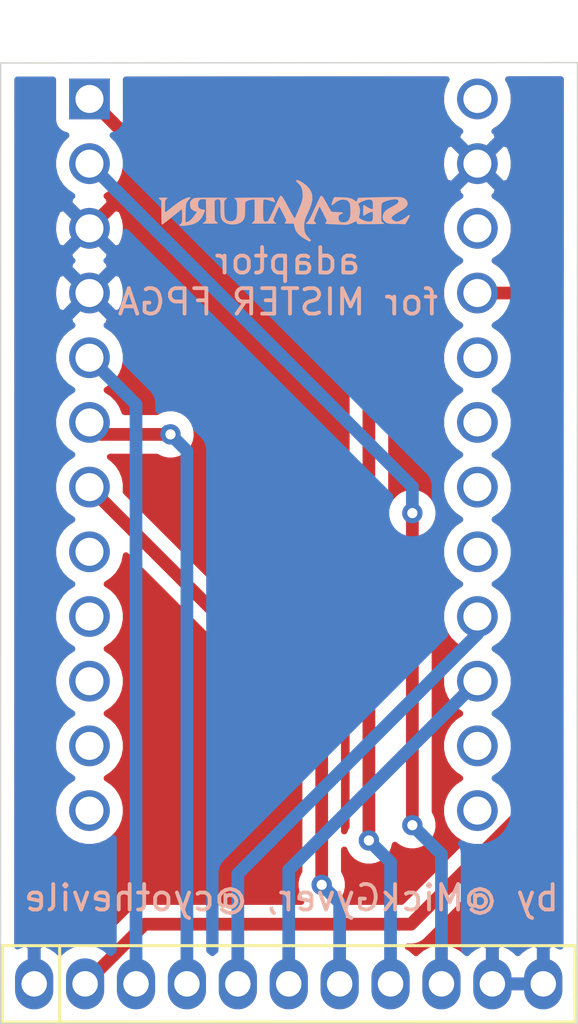
<source format=kicad_pcb>
(kicad_pcb (version 20171130) (host pcbnew "(5.1.9)-1")

  (general
    (thickness 1.6)
    (drawings 7)
    (tracks 41)
    (zones 0)
    (modules 3)
    (nets 23)
  )

  (page A4)
  (layers
    (0 F.Cu signal)
    (31 B.Cu signal)
    (32 B.Adhes user)
    (33 F.Adhes user)
    (34 B.Paste user)
    (35 F.Paste user)
    (36 B.SilkS user)
    (37 F.SilkS user)
    (38 B.Mask user)
    (39 F.Mask user)
    (40 Dwgs.User user)
    (41 Cmts.User user)
    (42 Eco1.User user)
    (43 Eco2.User user)
    (44 Edge.Cuts user)
    (45 Margin user)
    (46 B.CrtYd user)
    (47 F.CrtYd user)
    (48 B.Fab user)
    (49 F.Fab user)
  )

  (setup
    (last_trace_width 0.25)
    (trace_clearance 0.2)
    (zone_clearance 0.508)
    (zone_45_only no)
    (trace_min 0.2)
    (via_size 0.8)
    (via_drill 0.4)
    (via_min_size 0.4)
    (via_min_drill 0.3)
    (uvia_size 0.3)
    (uvia_drill 0.1)
    (uvias_allowed no)
    (uvia_min_size 0.2)
    (uvia_min_drill 0.1)
    (edge_width 0.05)
    (segment_width 0.2)
    (pcb_text_width 0.3)
    (pcb_text_size 1.5 1.5)
    (mod_edge_width 0.12)
    (mod_text_size 1 1)
    (mod_text_width 0.15)
    (pad_size 1.524 1.524)
    (pad_drill 0.762)
    (pad_to_mask_clearance 0)
    (aux_axis_origin 0 0)
    (visible_elements 7FFFFFFF)
    (pcbplotparams
      (layerselection 0x010fc_ffffffff)
      (usegerberextensions false)
      (usegerberattributes true)
      (usegerberadvancedattributes true)
      (creategerberjobfile true)
      (excludeedgelayer true)
      (linewidth 0.100000)
      (plotframeref false)
      (viasonmask false)
      (mode 1)
      (useauxorigin false)
      (hpglpennumber 1)
      (hpglpenspeed 20)
      (hpglpendiameter 15.000000)
      (psnegative false)
      (psa4output false)
      (plotreference true)
      (plotvalue true)
      (plotinvisibletext false)
      (padsonsilk false)
      (subtractmaskfromsilk false)
      (outputformat 1)
      (mirror false)
      (drillshape 1)
      (scaleselection 1)
      (outputdirectory ""))
  )

  (net 0 "")
  (net 1 "Net-(U1-Pad24)")
  (net 2 GND)
  (net 3 "Net-(U1-Pad22)")
  (net 4 +5V)
  (net 5 "Net-(U1-Pad20)")
  (net 6 "Net-(U1-Pad19)")
  (net 7 "Net-(U1-Pad18)")
  (net 8 "Net-(U1-Pad17)")
  (net 9 /SEL1)
  (net 10 /SEL0)
  (net 11 "Net-(U1-Pad14)")
  (net 12 "Net-(U1-Pad13)")
  (net 13 "Net-(U1-Pad12)")
  (net 14 "Net-(U1-Pad11)")
  (net 15 "Net-(U1-Pad10)")
  (net 16 "Net-(U1-Pad9)")
  (net 17 "Net-(U1-Pad8)")
  (net 18 /TL)
  (net 19 /DATA0)
  (net 20 /DATA1)
  (net 21 /DATA2)
  (net 22 /DATA3)

  (net_class Default "This is the default net class."
    (clearance 0.2)
    (trace_width 0.25)
    (via_dia 0.8)
    (via_drill 0.4)
    (uvia_dia 0.3)
    (uvia_drill 0.1)
    (add_net +5V)
    (add_net /DATA0)
    (add_net /DATA1)
    (add_net /DATA2)
    (add_net /DATA3)
    (add_net /SEL0)
    (add_net /SEL1)
    (add_net /TL)
    (add_net GND)
    (add_net "Net-(U1-Pad10)")
    (add_net "Net-(U1-Pad11)")
    (add_net "Net-(U1-Pad12)")
    (add_net "Net-(U1-Pad13)")
    (add_net "Net-(U1-Pad14)")
    (add_net "Net-(U1-Pad17)")
    (add_net "Net-(U1-Pad18)")
    (add_net "Net-(U1-Pad19)")
    (add_net "Net-(U1-Pad20)")
    (add_net "Net-(U1-Pad22)")
    (add_net "Net-(U1-Pad24)")
    (add_net "Net-(U1-Pad8)")
    (add_net "Net-(U1-Pad9)")
  )

  (module "Saturn Authentic controller mister:saturn logo" (layer B.Cu) (tedit 0) (tstamp 61C9ABC9)
    (at 152.49652 81.64068 180)
    (fp_text reference G*** (at 0 0) (layer B.SilkS) hide
      (effects (font (size 1.524 1.524) (thickness 0.3)) (justify mirror))
    )
    (fp_text value LOGO (at 0.75 0) (layer B.SilkS) hide
      (effects (font (size 1.524 1.524) (thickness 0.3)) (justify mirror))
    )
    (fp_poly (pts (xy -0.489936 1.193715) (xy -0.485561 1.17018) (xy -0.51033 1.129264) (xy -0.561943 1.076491)
      (xy -0.636349 1.001546) (xy -0.686909 0.927773) (xy -0.718316 0.844695) (xy -0.735265 0.741832)
      (xy -0.739797 0.679453) (xy -0.742451 0.592448) (xy -0.739366 0.514983) (xy -0.7288 0.439995)
      (xy -0.709015 0.360424) (xy -0.67827 0.269209) (xy -0.634825 0.159288) (xy -0.579821 0.030223)
      (xy -0.537382 -0.067539) (xy -0.499244 -0.15562) (xy -0.468078 -0.227834) (xy -0.446555 -0.277995)
      (xy -0.438007 -0.298253) (xy -0.429632 -0.305454) (xy -0.41516 -0.295252) (xy -0.392432 -0.264444)
      (xy -0.359292 -0.209831) (xy -0.313582 -0.128209) (xy -0.272969 -0.053325) (xy -0.186448 0.107154)
      (xy -0.115158 0.238415) (xy -0.057372 0.343323) (xy -0.011362 0.424739) (xy 0.024599 0.485527)
      (xy 0.052239 0.528549) (xy 0.073283 0.556668) (xy 0.08946 0.572746) (xy 0.102498 0.579646)
      (xy 0.109509 0.580571) (xy 0.12166 0.579612) (xy 0.133327 0.574514) (xy 0.146275 0.561948)
      (xy 0.162268 0.538585) (xy 0.18307 0.501097) (xy 0.210445 0.446154) (xy 0.246158 0.370428)
      (xy 0.291972 0.270588) (xy 0.349652 0.143307) (xy 0.398037 0.036089) (xy 0.45068 -0.0786)
      (xy 0.500544 -0.183438) (xy 0.545126 -0.273457) (xy 0.581923 -0.343689) (xy 0.608432 -0.389166)
      (xy 0.619606 -0.403679) (xy 0.673923 -0.431177) (xy 0.731161 -0.431909) (xy 0.778594 -0.406521)
      (xy 0.788185 -0.395106) (xy 0.797905 -0.375628) (xy 0.80519 -0.345535) (xy 0.810359 -0.300034)
      (xy 0.813734 -0.234331) (xy 0.815634 -0.143635) (xy 0.816381 -0.023152) (xy 0.816428 0.027623)
      (xy 0.815502 0.169573) (xy 0.81279 0.282809) (xy 0.808387 0.365291) (xy 0.802392 0.414979)
      (xy 0.797311 0.429146) (xy 0.765428 0.438582) (xy 0.707527 0.434881) (xy 0.630851 0.419399)
      (xy 0.542648 0.393496) (xy 0.474979 0.368721) (xy 0.415932 0.347341) (xy 0.37078 0.334955)
      (xy 0.349181 0.334204) (xy 0.349093 0.334287) (xy 0.349861 0.355594) (xy 0.364227 0.397573)
      (xy 0.377342 0.426755) (xy 0.416814 0.508) (xy 1.17905 0.508) (xy 1.387555 0.507571)
      (xy 1.563982 0.506297) (xy 1.707586 0.504194) (xy 1.817621 0.501281) (xy 1.893343 0.497576)
      (xy 1.934005 0.493096) (xy 1.941285 0.489857) (xy 1.927443 0.472283) (xy 1.922876 0.471714)
      (xy 1.902357 0.457606) (xy 1.87484 0.422692) (xy 1.868515 0.41275) (xy 1.854361 0.385642)
      (xy 1.844445 0.354028) (xy 1.838039 0.31121) (xy 1.834418 0.250496) (xy 1.832855 0.165188)
      (xy 1.832597 0.081643) (xy 1.833974 -0.050658) (xy 1.838821 -0.152272) (xy 1.848267 -0.228725)
      (xy 1.863441 -0.285538) (xy 1.885472 -0.328238) (xy 1.91549 -0.362347) (xy 1.925065 -0.370762)
      (xy 1.990446 -0.405296) (xy 2.071721 -0.419874) (xy 2.154904 -0.414178) (xy 2.226008 -0.387889)
      (xy 2.240394 -0.377954) (xy 2.274628 -0.346771) (xy 2.300196 -0.310823) (xy 2.318306 -0.264548)
      (xy 2.330166 -0.202388) (xy 2.336986 -0.118783) (xy 2.339971 -0.008172) (xy 2.340428 0.082456)
      (xy 2.340428 0.383791) (xy 2.286 0.43822) (xy 2.252498 0.473359) (xy 2.233325 0.496641)
      (xy 2.231571 0.500324) (xy 2.24902 0.502134) (xy 2.298591 0.503792) (xy 2.37612 0.505246)
      (xy 2.477443 0.506444) (xy 2.598397 0.507335) (xy 2.734819 0.507867) (xy 2.849011 0.508)
      (xy 3.02622 0.507848) (xy 3.170996 0.507034) (xy 3.287191 0.505019) (xy 3.378657 0.501264)
      (xy 3.449245 0.495231) (xy 3.502809 0.486381) (xy 3.5432 0.474176) (xy 3.57427 0.458076)
      (xy 3.599871 0.437544) (xy 3.623856 0.41204) (xy 3.635836 0.397981) (xy 3.664031 0.360644)
      (xy 3.678283 0.325842) (xy 3.681999 0.279962) (xy 3.679507 0.223471) (xy 3.672386 0.154291)
      (xy 3.658545 0.107504) (xy 3.633024 0.069263) (xy 3.61866 0.053491) (xy 3.564427 0.01159)
      (xy 3.499627 -0.019604) (xy 3.487964 -0.023158) (xy 3.432857 -0.041736) (xy 3.4122 -0.059583)
      (xy 3.424243 -0.078462) (xy 3.429539 -0.081976) (xy 3.447592 -0.101661) (xy 3.479322 -0.143974)
      (xy 3.518865 -0.200969) (xy 3.532593 -0.221591) (xy 3.600875 -0.310866) (xy 3.674492 -0.382469)
      (xy 3.747269 -0.431485) (xy 3.813032 -0.452998) (xy 3.82401 -0.453571) (xy 3.867203 -0.453571)
      (xy 3.86128 -0.104321) (xy 3.858478 0.028849) (xy 3.854145 0.131784) (xy 3.846743 0.210535)
      (xy 3.834734 0.271153) (xy 3.816579 0.319687) (xy 3.79074 0.362188) (xy 3.75568 0.404708)
      (xy 3.723001 0.439631) (xy 3.688526 0.47975) (xy 3.670184 0.509492) (xy 3.669725 0.518916)
      (xy 3.700348 0.525517) (xy 3.757271 0.514284) (xy 3.836021 0.48661) (xy 3.932125 0.443889)
      (xy 3.968427 0.425946) (xy 4.073626 0.365201) (xy 4.198949 0.279766) (xy 4.340629 0.172258)
      (xy 4.385353 0.136422) (xy 4.468321 0.069892) (xy 4.54207 0.012107) (xy 4.601837 -0.033309)
      (xy 4.642859 -0.062732) (xy 4.660115 -0.072571) (xy 4.666506 -0.05538) (xy 4.671105 -0.007548)
      (xy 4.673595 0.065309) (xy 4.673659 0.157574) (xy 4.673549 0.165688) (xy 4.671891 0.26267)
      (xy 4.669393 0.330118) (xy 4.664776 0.374778) (xy 4.656764 0.4034) (xy 4.644078 0.422732)
      (xy 4.625441 0.439521) (xy 4.621036 0.443048) (xy 4.588068 0.472715) (xy 4.572242 0.493596)
      (xy 4.572 0.495074) (xy 4.588483 0.501467) (xy 4.631446 0.505611) (xy 4.691154 0.507576)
      (xy 4.757875 0.507429) (xy 4.821876 0.505239) (xy 4.873424 0.501072) (xy 4.902786 0.494998)
      (xy 4.905859 0.492742) (xy 4.899048 0.473281) (xy 4.870257 0.444492) (xy 4.861573 0.437771)
      (xy 4.807857 0.398056) (xy 4.807857 -0.073115) (xy 4.807547 -0.220021) (xy 4.806491 -0.334302)
      (xy 4.804498 -0.419613) (xy 4.801378 -0.479611) (xy 4.79694 -0.517952) (xy 4.790994 -0.538291)
      (xy 4.78335 -0.544286) (xy 4.783318 -0.544286) (xy 4.760899 -0.532848) (xy 4.713054 -0.499703)
      (xy 4.642041 -0.446608) (xy 4.550114 -0.375315) (xy 4.439529 -0.287581) (xy 4.312541 -0.185159)
      (xy 4.171408 -0.069806) (xy 4.137577 -0.041954) (xy 4.082275 0.002281) (xy 4.037221 0.03582)
      (xy 4.009894 0.053183) (xy 4.006041 0.054428) (xy 4.000868 0.037351) (xy 3.9965 -0.009622)
      (xy 3.993292 -0.080104) (xy 3.991601 -0.167709) (xy 3.991428 -0.207928) (xy 3.99166 -0.311676)
      (xy 3.993456 -0.385764) (xy 3.998469 -0.436819) (xy 4.008349 -0.471465) (xy 4.024747 -0.496329)
      (xy 4.049317 -0.518037) (xy 4.073071 -0.535488) (xy 4.096621 -0.561701) (xy 4.086331 -0.580484)
      (xy 4.044004 -0.591196) (xy 3.971446 -0.593195) (xy 3.918857 -0.590314) (xy 3.73781 -0.56976)
      (xy 3.587318 -0.536765) (xy 3.463058 -0.488895) (xy 3.360704 -0.423709) (xy 3.275931 -0.338772)
      (xy 3.204416 -0.231646) (xy 3.172603 -0.169684) (xy 3.133493 -0.084752) (xy 3.111146 -0.026848)
      (xy 3.105422 0.009104) (xy 3.116178 0.028183) (xy 3.143271 0.035466) (xy 3.166829 0.036286)
      (xy 3.239859 0.047455) (xy 3.305664 0.076781) (xy 3.351018 0.117985) (xy 3.35589 0.125995)
      (xy 3.366814 0.164142) (xy 3.373541 0.221796) (xy 3.374571 0.254203) (xy 3.371022 0.315956)
      (xy 3.356358 0.358234) (xy 3.324549 0.39749) (xy 3.320619 0.401458) (xy 3.286007 0.432302)
      (xy 3.252952 0.44757) (xy 3.207442 0.451542) (xy 3.161869 0.449955) (xy 3.057071 0.4445)
      (xy 3.047297 -0.389486) (xy 3.184071 -0.506638) (xy 2.88925 -0.507319) (xy 2.790428 -0.506833)
      (xy 2.705695 -0.505054) (xy 2.641075 -0.502218) (xy 2.602592 -0.498563) (xy 2.594428 -0.495714)
      (xy 2.607115 -0.477538) (xy 2.638924 -0.446683) (xy 2.653392 -0.434236) (xy 2.712357 -0.385044)
      (xy 2.717893 -0.004126) (xy 2.72343 0.376792) (xy 2.674625 0.415182) (xy 2.619423 0.447565)
      (xy 2.570017 0.448267) (xy 2.525894 0.425328) (xy 2.511068 0.413408) (xy 2.500404 0.397901)
      (xy 2.493214 0.373184) (xy 2.488811 0.333633) (xy 2.48651 0.273626) (xy 2.485623 0.187538)
      (xy 2.48547 0.094221) (xy 2.48424 -0.012919) (xy 2.480907 -0.112688) (xy 2.4759 -0.197099)
      (xy 2.469649 -0.258167) (xy 2.465335 -0.280805) (xy 2.422836 -0.369399) (xy 2.352046 -0.441877)
      (xy 2.258043 -0.496379) (xy 2.145903 -0.531041) (xy 2.020704 -0.544004) (xy 1.887525 -0.533404)
      (xy 1.817797 -0.518228) (xy 1.703733 -0.472589) (xy 1.617036 -0.403432) (xy 1.562143 -0.321337)
      (xy 1.547347 -0.287046) (xy 1.536911 -0.250651) (xy 1.530096 -0.205155) (xy 1.526164 -0.143558)
      (xy 1.52438 -0.058862) (xy 1.524 0.040718) (xy 1.523384 0.152735) (xy 1.521209 0.233915)
      (xy 1.516986 0.289691) (xy 1.510226 0.325494) (xy 1.500438 0.346758) (xy 1.495942 0.352037)
      (xy 1.455599 0.377289) (xy 1.391777 0.401807) (xy 1.317157 0.421864) (xy 1.244421 0.433731)
      (xy 1.212278 0.435428) (xy 1.143 0.435428) (xy 1.143 -0.379737) (xy 1.199308 -0.443869)
      (xy 1.255616 -0.508) (xy 0.300342 -0.508) (xy 0.358813 -0.454594) (xy 0.394931 -0.415585)
      (xy 0.415485 -0.381715) (xy 0.417285 -0.373184) (xy 0.410416 -0.34849) (xy 0.39181 -0.299221)
      (xy 0.364475 -0.232217) (xy 0.331416 -0.154317) (xy 0.295638 -0.072363) (xy 0.260147 0.006806)
      (xy 0.227948 0.07635) (xy 0.202049 0.129427) (xy 0.185453 0.159199) (xy 0.18159 0.163208)
      (xy 0.171009 0.148056) (xy 0.147538 0.106988) (xy 0.114584 0.046504) (xy 0.075557 -0.026892)
      (xy 0.033864 -0.106698) (xy -0.007085 -0.186414) (xy -0.043884 -0.259535) (xy -0.073123 -0.31956)
      (xy -0.085556 -0.346441) (xy -0.097759 -0.386618) (xy -0.087329 -0.419823) (xy -0.071949 -0.441171)
      (xy -0.047127 -0.475775) (xy -0.036303 -0.496903) (xy -0.036286 -0.497255) (xy -0.053138 -0.501794)
      (xy -0.09854 -0.505384) (xy -0.164758 -0.507562) (xy -0.215236 -0.508) (xy -0.394185 -0.508)
      (xy -0.417571 -0.621393) (xy -0.450726 -0.735721) (xy -0.502198 -0.835781) (xy -0.576172 -0.926553)
      (xy -0.676837 -1.013015) (xy -0.808378 -1.100148) (xy -0.831819 -1.114044) (xy -0.91207 -1.160454)
      (xy -0.967282 -1.190097) (xy -1.003449 -1.205009) (xy -1.026566 -1.207227) (xy -1.042628 -1.198788)
      (xy -1.051904 -1.188818) (xy -1.060164 -1.171472) (xy -1.053617 -1.149993) (xy -1.028327 -1.118344)
      (xy -0.980358 -1.070489) (xy -0.965599 -1.056456) (xy -0.892464 -0.977092) (xy -0.842848 -0.895709)
      (xy -0.813248 -0.80311) (xy -0.800164 -0.690096) (xy -0.79873 -0.6181) (xy -0.801089 -0.531059)
      (xy -0.809133 -0.455058) (xy -0.825233 -0.381163) (xy -0.851761 -0.300442) (xy -0.891089 -0.203962)
      (xy -0.93442 -0.107115) (xy -0.998684 0.03759) (xy -1.046993 0.157117) (xy -1.081431 0.257772)
      (xy -1.104077 0.345866) (xy -1.117015 0.427704) (xy -1.119441 0.453571) (xy -1.114066 0.600381)
      (xy -1.073824 0.737631) (xy -0.998665 0.865396) (xy -0.888539 0.983752) (xy -0.743393 1.092775)
      (xy -0.65639 1.14452) (xy -0.577504 1.182436) (xy -0.521301 1.198317) (xy -0.489936 1.193715)) (layer B.SilkS) (width 0.01))
    (fp_poly (pts (xy -1.461508 0.575178) (xy -1.44425 0.562121) (xy -1.430173 0.539037) (xy -1.403465 0.487356)
      (xy -1.366306 0.411605) (xy -1.320879 0.316311) (xy -1.269367 0.206) (xy -1.213953 0.085199)
      (xy -1.208215 0.072571) (xy -1.139117 -0.078027) (xy -1.081942 -0.198493) (xy -1.034708 -0.292209)
      (xy -0.99543 -0.362558) (xy -0.962128 -0.412923) (xy -0.932817 -0.446686) (xy -0.905515 -0.467231)
      (xy -0.887006 -0.475403) (xy -0.874203 -0.493927) (xy -0.877787 -0.504535) (xy -0.903706 -0.516071)
      (xy -0.964763 -0.52324) (xy -1.061371 -0.526086) (xy -1.080571 -0.526143) (xy -1.167063 -0.52533)
      (xy -1.223233 -0.522313) (xy -1.255022 -0.516224) (xy -1.268368 -0.506197) (xy -1.27 -0.49848)
      (xy -1.254828 -0.472107) (xy -1.224643 -0.453571) (xy -1.188004 -0.426563) (xy -1.179286 -0.388688)
      (xy -1.18569 -0.361959) (xy -1.203068 -0.311404) (xy -1.22867 -0.243643) (xy -1.259748 -0.165295)
      (xy -1.293552 -0.08298) (xy -1.327333 -0.003317) (xy -1.35834 0.067075) (xy -1.383826 0.121576)
      (xy -1.401039 0.153567) (xy -1.406758 0.158956) (xy -1.423689 0.132892) (xy -1.45214 0.082281)
      (xy -1.488688 0.013893) (xy -1.529908 -0.065503) (xy -1.572376 -0.149138) (xy -1.612667 -0.230242)
      (xy -1.647357 -0.302046) (xy -1.673021 -0.357781) (xy -1.686236 -0.390678) (xy -1.687286 -0.395584)
      (xy -1.67407 -0.436878) (xy -1.660072 -0.453571) (xy -1.636357 -0.476721) (xy -1.630538 -0.494426)
      (xy -1.645898 -0.507664) (xy -1.685718 -0.517419) (xy -1.75328 -0.524669) (xy -1.851867 -0.530396)
      (xy -1.927679 -0.533524) (xy -2.038378 -0.537946) (xy -2.146462 -0.542712) (xy -2.242239 -0.547361)
      (xy -2.316019 -0.551437) (xy -2.340429 -0.55303) (xy -2.462484 -0.551145) (xy -2.5575 -0.534089)
      (xy -2.631825 -0.509167) (xy -2.707019 -0.477211) (xy -2.736678 -0.462019) (xy -2.785617 -0.436248)
      (xy -2.821762 -0.420081) (xy -2.832105 -0.417286) (xy -2.850026 -0.431774) (xy -2.87321 -0.467115)
      (xy -2.875643 -0.471714) (xy -2.903789 -0.526143) (xy -3.421907 -0.526143) (xy -3.578478 -0.52582)
      (xy -3.701923 -0.524757) (xy -3.795394 -0.522815) (xy -3.862047 -0.519854) (xy -3.905035 -0.515733)
      (xy -3.927513 -0.510312) (xy -3.932637 -0.503464) (xy -3.912175 -0.479689) (xy -3.876696 -0.457117)
      (xy -3.828143 -0.433449) (xy -3.828143 -0.179931) (xy -3.503313 -0.179931) (xy -3.502509 -0.251311)
      (xy -3.49721 -0.319382) (xy -3.487537 -0.374332) (xy -3.473611 -0.406347) (xy -3.473062 -0.406918)
      (xy -3.430839 -0.427341) (xy -3.364672 -0.434751) (xy -3.284465 -0.429205) (xy -3.200126 -0.41076)
      (xy -3.182768 -0.405237) (xy -3.115579 -0.378452) (xy -3.048244 -0.344974) (xy -2.9912 -0.310645)
      (xy -2.954883 -0.281312) (xy -2.949863 -0.27481) (xy -2.949093 -0.248743) (xy -2.959421 -0.202902)
      (xy -2.966481 -0.181079) (xy -2.989338 -0.075319) (xy -2.990236 0.038696) (xy -2.969643 0.1451)
      (xy -2.955781 0.181347) (xy -2.918786 0.262907) (xy -2.969786 0.303945) (xy -3.042504 0.348537)
      (xy -3.138287 0.387783) (xy -3.243921 0.416953) (xy -3.319779 0.429182) (xy -3.382247 0.433728)
      (xy -3.421373 0.429411) (xy -3.449521 0.41384) (xy -3.462946 0.401483) (xy -3.482283 0.377345)
      (xy -3.493933 0.346397) (xy -3.499736 0.299454) (xy -3.501532 0.227332) (xy -3.501572 0.208643)
      (xy -3.500713 0.133107) (xy -3.497187 0.08695) (xy -3.489575 0.063286) (xy -3.476454 0.05523)
      (xy -3.469822 0.054827) (xy -3.425776 0.06465) (xy -3.362629 0.090029) (xy -3.291199 0.125987)
      (xy -3.222304 0.167551) (xy -3.217151 0.17102) (xy -3.173108 0.199041) (xy -3.1415 0.215703)
      (xy -3.134503 0.217714) (xy -3.129018 0.200767) (xy -3.12455 0.154699) (xy -3.121577 0.086673)
      (xy -3.120572 0.009071) (xy -3.121703 -0.073071) (xy -3.124779 -0.139989) (xy -3.129322 -0.184521)
      (xy -3.134503 -0.199571) (xy -3.156753 -0.190171) (xy -3.196599 -0.166463) (xy -3.216109 -0.153586)
      (xy -3.279989 -0.114824) (xy -3.348045 -0.080866) (xy -3.410764 -0.055695) (xy -3.458637 -0.043296)
      (xy -3.477541 -0.044068) (xy -3.49095 -0.066497) (xy -3.4995 -0.115056) (xy -3.503313 -0.179931)
      (xy -3.828143 -0.179931) (xy -3.828143 -0.083465) (xy -3.828201 0.042788) (xy -3.829533 0.138052)
      (xy -3.833877 0.207624) (xy -3.84297 0.256799) (xy -3.85855 0.29087) (xy -3.882355 0.315135)
      (xy -3.916123 0.334886) (xy -3.96159 0.355421) (xy -3.973949 0.360839) (xy -4.04613 0.387019)
      (xy -4.134408 0.410899) (xy -4.227903 0.430406) (xy -4.315733 0.443465) (xy -4.387019 0.448005)
      (xy -4.418529 0.445558) (xy -4.466629 0.427769) (xy -4.498671 0.400394) (xy -4.499847 0.398362)
      (xy -4.509184 0.358514) (xy -4.493297 0.316958) (xy -4.450033 0.271656) (xy -4.377239 0.220573)
      (xy -4.272764 0.161672) (xy -4.222295 0.135806) (xy -4.111531 0.075757) (xy -4.029707 0.019988)
      (xy -3.970706 -0.036579) (xy -3.928409 -0.099018) (xy -3.920487 -0.114563) (xy -3.888759 -0.214096)
      (xy -3.891243 -0.306631) (xy -3.926698 -0.388268) (xy -3.993884 -0.45511) (xy -4.037025 -0.480786)
      (xy -4.069725 -0.495011) (xy -4.106431 -0.505076) (xy -4.15401 -0.511707) (xy -4.219327 -0.515627)
      (xy -4.309246 -0.517563) (xy -4.390572 -0.518126) (xy -4.490539 -0.519253) (xy -4.579749 -0.521658)
      (xy -4.650925 -0.52504) (xy -4.696791 -0.529096) (xy -4.708072 -0.531319) (xy -4.746399 -0.535596)
      (xy -4.76406 -0.530264) (xy -4.77962 -0.510276) (xy -4.806952 -0.46684) (xy -4.841247 -0.408536)
      (xy -4.877695 -0.343944) (xy -4.911488 -0.281642) (xy -4.937816 -0.23021) (xy -4.951871 -0.198227)
      (xy -4.953 -0.193195) (xy -4.93936 -0.181574) (xy -4.908563 -0.183793) (xy -4.875792 -0.19724)
      (xy -4.862131 -0.208829) (xy -4.823886 -0.243639) (xy -4.763222 -0.28712) (xy -4.690714 -0.332841)
      (xy -4.616935 -0.374368) (xy -4.552459 -0.40527) (xy -4.520589 -0.416601) (xy -4.458711 -0.427257)
      (xy -4.401358 -0.427896) (xy -4.388619 -0.425928) (xy -4.336201 -0.405208) (xy -4.284786 -0.370603)
      (xy -4.244986 -0.330908) (xy -4.227415 -0.294918) (xy -4.227286 -0.292232) (xy -4.24168 -0.255373)
      (xy -4.285636 -0.208792) (xy -4.360311 -0.151565) (xy -4.466864 -0.082773) (xy -4.558907 -0.028466)
      (xy -4.674247 0.041642) (xy -4.758822 0.102954) (xy -4.816024 0.15893) (xy -4.849242 0.213026)
      (xy -4.861866 0.2687) (xy -4.862218 0.28089) (xy -4.84486 0.359501) (xy -4.796474 0.429831)
      (xy -4.7223 0.484862) (xy -4.703052 0.494213) (xy -4.679603 0.504167) (xy -4.655642 0.512488)
      (xy -4.628061 0.519241) (xy -4.59375 0.524492) (xy -4.549603 0.528306) (xy -4.492508 0.530749)
      (xy -4.419359 0.531887) (xy -4.327047 0.531785) (xy -4.212462 0.53051) (xy -4.072497 0.528126)
      (xy -3.904042 0.524699) (xy -3.70399 0.520296) (xy -3.59007 0.517724) (xy -2.925639 0.502665)
      (xy -2.847651 0.342143) (xy -2.793895 0.387376) (xy -2.721163 0.438548) (xy -2.638349 0.475597)
      (xy -2.538881 0.500224) (xy -2.416186 0.51413) (xy -2.286 0.518824) (xy -2.192699 0.520375)
      (xy -2.110392 0.522589) (xy -2.046977 0.525193) (xy -2.010352 0.527915) (xy -2.006904 0.528456)
      (xy -1.990345 0.526534) (xy -1.973942 0.51092) (xy -1.955583 0.477132) (xy -1.933154 0.420688)
      (xy -1.904544 0.337105) (xy -1.878271 0.255529) (xy -1.876228 0.224339) (xy -1.89542 0.217973)
      (xy -1.931899 0.235133) (xy -1.981718 0.274519) (xy -2.005804 0.29751) (xy -2.098361 0.369012)
      (xy -2.203769 0.415561) (xy -2.313676 0.435267) (xy -2.419732 0.426242) (xy -2.480743 0.404985)
      (xy -2.533826 0.369951) (xy -2.572765 0.319316) (xy -2.599148 0.248387) (xy -2.61456 0.152473)
      (xy -2.620591 0.026882) (xy -2.620818 -0.009071) (xy -2.619824 -0.108395) (xy -2.616075 -0.180447)
      (xy -2.608422 -0.234208) (xy -2.595714 -0.278657) (xy -2.582106 -0.311434) (xy -2.536389 -0.388091)
      (xy -2.479002 -0.435567) (xy -2.402252 -0.458573) (xy -2.33512 -0.462643) (xy -2.271838 -0.460538)
      (xy -2.231806 -0.451306) (xy -2.20209 -0.430574) (xy -2.184644 -0.411738) (xy -2.150603 -0.348423)
      (xy -2.141004 -0.27502) (xy -2.156927 -0.206252) (xy -2.168128 -0.186854) (xy -2.203788 -0.154787)
      (xy -2.254341 -0.12857) (xy -2.259782 -0.126671) (xy -2.308147 -0.106443) (xy -2.320667 -0.089652)
      (xy -2.297629 -0.076416) (xy -2.23932 -0.066853) (xy -2.146029 -0.061079) (xy -2.095731 -0.0598)
      (xy -2.010255 -0.056948) (xy -1.937841 -0.051954) (xy -1.886339 -0.045531) (xy -1.863868 -0.038696)
      (xy -1.849846 -0.017787) (xy -1.821636 0.02954) (xy -1.782379 0.097827) (xy -1.73522 0.181614)
      (xy -1.689445 0.264259) (xy -1.625364 0.379188) (xy -1.575088 0.464781) (xy -1.53609 0.524109)
      (xy -1.505845 0.560239) (xy -1.481826 0.576239) (xy -1.461508 0.575178)) (layer B.SilkS) (width 0.01))
  )

  (module "LIBRARIES:Saturn Controller Footprint" (layer F.Cu) (tedit 0) (tstamp 61C94444)
    (at 152.68956 112)
    (path /61C9624A)
    (fp_text reference Saturn1 (at 0 2.5) (layer F.SilkS) hide
      (effects (font (size 1 1) (thickness 0.15)))
    )
    (fp_text value Conn_01x11_Female (at 0 -2.5) (layer F.Fab)
      (effects (font (size 1 1) (thickness 0.15)))
    )
    (fp_line (start -11 1.25) (end -11 -1.25) (layer F.CrtYd) (width 0.05))
    (fp_line (start 11 1.25) (end -11 1.25) (layer F.CrtYd) (width 0.05))
    (fp_line (start 11 -1.25) (end 11 1.25) (layer F.CrtYd) (width 0.05))
    (fp_line (start -11 -1.25) (end 11 -1.25) (layer F.CrtYd) (width 0.05))
    (fp_line (start -9 -1.5) (end -9 1.5) (layer F.SilkS) (width 0.12))
    (fp_line (start -11.25 1.5) (end -11.25 -1.5) (layer F.SilkS) (width 0.12))
    (fp_line (start 11.25 1.5) (end -11.25 1.5) (layer F.SilkS) (width 0.12))
    (fp_line (start 11.25 -1.5) (end 11.25 1.5) (layer F.SilkS) (width 0.12))
    (fp_line (start -11.25 -1.5) (end 11.25 -1.5) (layer F.SilkS) (width 0.12))
    (pad 1 thru_hole oval (at -10 0) (size 1.5 2) (drill 1) (layers *.Cu *.Mask)
      (net 2 GND))
    (pad 2 thru_hole oval (at -8 0) (size 1.5 2) (drill 1) (layers *.Cu *.Mask)
      (net 4 +5V))
    (pad 3 thru_hole oval (at -6 0) (size 1.5 2) (drill 1) (layers *.Cu *.Mask)
      (net 20 /DATA1))
    (pad 4 thru_hole oval (at -4 0) (size 1.5 2) (drill 1) (layers *.Cu *.Mask)
      (net 19 /DATA0))
    (pad 5 thru_hole oval (at -2 0) (size 1.5 2) (drill 1) (layers *.Cu *.Mask)
      (net 9 /SEL1))
    (pad 6 thru_hole oval (at 0 0) (size 1.5 2) (drill 1) (layers *.Cu *.Mask)
      (net 10 /SEL0))
    (pad 7 thru_hole oval (at 2 0) (size 1.5 2) (drill 1) (layers *.Cu *.Mask)
      (net 18 /TL))
    (pad 8 thru_hole oval (at 4 0) (size 1.5 2) (drill 1) (layers *.Cu *.Mask)
      (net 22 /DATA3))
    (pad 9 thru_hole oval (at 6 0) (size 1.5 2) (drill 1) (layers *.Cu *.Mask)
      (net 21 /DATA2))
    (pad 10 thru_hole oval (at 8 0) (size 1.5 2) (drill 1) (layers *.Cu *.Mask)
      (net 2 GND))
    (pad 11 thru_hole oval (at 10 0) (size 1.5 2) (drill 1) (layers *.Cu *.Mask)
      (net 2 GND))
  )

  (module promicro:ProMicro-NoSilk (layer F.Cu) (tedit 5C3BC269) (tstamp 61C9A652)
    (at 152.48128 91.22664 270)
    (descr "Pro Micro footprint")
    (tags "promicro ProMicro")
    (path /61C93D61)
    (fp_text reference U1 (at 0 -10.16 90) (layer F.SilkS) hide
      (effects (font (size 1 1) (thickness 0.15)))
    )
    (fp_text value ProMicro (at 0 10.16 90) (layer F.Fab)
      (effects (font (size 1 1) (thickness 0.15)))
    )
    (fp_line (start 15.24 -8.89) (end 15.24 8.89) (layer Dwgs.User) (width 0.15))
    (fp_line (start -15.24 -8.89) (end 15.24 -8.89) (layer Dwgs.User) (width 0.15))
    (fp_line (start -15.24 -3.81) (end -15.24 -8.89) (layer Dwgs.User) (width 0.15))
    (fp_line (start -17.78 -3.81) (end -15.24 -3.81) (layer Dwgs.User) (width 0.15))
    (fp_line (start -17.78 3.81) (end -17.78 -3.81) (layer Dwgs.User) (width 0.15))
    (fp_line (start -15.24 3.81) (end -17.78 3.81) (layer Dwgs.User) (width 0.15))
    (fp_line (start -15.24 8.89) (end -15.24 3.81) (layer Dwgs.User) (width 0.15))
    (fp_line (start -15.24 8.89) (end 15.24 8.89) (layer Dwgs.User) (width 0.15))
    (pad 24 thru_hole circle (at -13.97 -7.62 270) (size 1.6 1.6) (drill 1.1) (layers *.Cu *.Mask)
      (net 1 "Net-(U1-Pad24)"))
    (pad 23 thru_hole circle (at -11.43 -7.62 270) (size 1.6 1.6) (drill 1.1) (layers *.Cu *.Mask)
      (net 2 GND))
    (pad 22 thru_hole circle (at -8.89 -7.62 270) (size 1.6 1.6) (drill 1.1) (layers *.Cu *.Mask)
      (net 3 "Net-(U1-Pad22)"))
    (pad 21 thru_hole circle (at -6.35 -7.62 270) (size 1.6 1.6) (drill 1.1) (layers *.Cu *.Mask)
      (net 4 +5V))
    (pad 20 thru_hole circle (at -3.81 -7.62 270) (size 1.6 1.6) (drill 1.1) (layers *.Cu *.Mask)
      (net 5 "Net-(U1-Pad20)"))
    (pad 19 thru_hole circle (at -1.27 -7.62 270) (size 1.6 1.6) (drill 1.1) (layers *.Cu *.Mask)
      (net 6 "Net-(U1-Pad19)"))
    (pad 18 thru_hole circle (at 1.27 -7.62 270) (size 1.6 1.6) (drill 1.1) (layers *.Cu *.Mask)
      (net 7 "Net-(U1-Pad18)"))
    (pad 17 thru_hole circle (at 3.81 -7.62 270) (size 1.6 1.6) (drill 1.1) (layers *.Cu *.Mask)
      (net 8 "Net-(U1-Pad17)"))
    (pad 16 thru_hole circle (at 6.35 -7.62 270) (size 1.6 1.6) (drill 1.1) (layers *.Cu *.Mask)
      (net 9 /SEL1))
    (pad 15 thru_hole circle (at 8.89 -7.62 270) (size 1.6 1.6) (drill 1.1) (layers *.Cu *.Mask)
      (net 10 /SEL0))
    (pad 14 thru_hole circle (at 11.43 -7.62 270) (size 1.6 1.6) (drill 1.1) (layers *.Cu *.Mask)
      (net 11 "Net-(U1-Pad14)"))
    (pad 13 thru_hole circle (at 13.97 -7.62 270) (size 1.6 1.6) (drill 1.1) (layers *.Cu *.Mask)
      (net 12 "Net-(U1-Pad13)"))
    (pad 12 thru_hole circle (at 13.97 7.62 270) (size 1.6 1.6) (drill 1.1) (layers *.Cu *.Mask)
      (net 13 "Net-(U1-Pad12)"))
    (pad 11 thru_hole circle (at 11.43 7.62 270) (size 1.6 1.6) (drill 1.1) (layers *.Cu *.Mask)
      (net 14 "Net-(U1-Pad11)"))
    (pad 10 thru_hole circle (at 8.89 7.62 270) (size 1.6 1.6) (drill 1.1) (layers *.Cu *.Mask)
      (net 15 "Net-(U1-Pad10)"))
    (pad 9 thru_hole circle (at 6.35 7.62 270) (size 1.6 1.6) (drill 1.1) (layers *.Cu *.Mask)
      (net 16 "Net-(U1-Pad9)"))
    (pad 8 thru_hole circle (at 3.81 7.62 270) (size 1.6 1.6) (drill 1.1) (layers *.Cu *.Mask)
      (net 17 "Net-(U1-Pad8)"))
    (pad 7 thru_hole circle (at 1.27 7.62 270) (size 1.6 1.6) (drill 1.1) (layers *.Cu *.Mask)
      (net 18 /TL))
    (pad 6 thru_hole circle (at -1.27 7.62 270) (size 1.6 1.6) (drill 1.1) (layers *.Cu *.Mask)
      (net 19 /DATA0))
    (pad 5 thru_hole circle (at -3.81 7.62 270) (size 1.6 1.6) (drill 1.1) (layers *.Cu *.Mask)
      (net 20 /DATA1))
    (pad 4 thru_hole circle (at -6.35 7.62 270) (size 1.6 1.6) (drill 1.1) (layers *.Cu *.Mask)
      (net 2 GND))
    (pad 3 thru_hole circle (at -8.89 7.62 270) (size 1.6 1.6) (drill 1.1) (layers *.Cu *.Mask)
      (net 2 GND))
    (pad 2 thru_hole circle (at -11.43 7.62 270) (size 1.6 1.6) (drill 1.1) (layers *.Cu *.Mask)
      (net 21 /DATA2))
    (pad 1 thru_hole rect (at -13.97 7.62 270) (size 1.6 1.6) (drill 1.1) (layers *.Cu *.Mask)
      (net 22 /DATA3))
  )

  (gr_text "adaptor \nfor MISTER FPGA" (at 152.26284 84.42452) (layer B.SilkS)
    (effects (font (size 1 1) (thickness 0.15)) (justify mirror))
  )
  (gr_text "by @MickGyver, @cyothevile" (at 152.79624 108.62564) (layer B.SilkS)
    (effects (font (size 1 1) (thickness 0.15)) (justify mirror))
  )
  (gr_line (start 141.3764 75.86472) (end 141.3764 75.8444) (layer Edge.Cuts) (width 0.05) (tstamp 61C94551))
  (gr_line (start 164.0332 75.82916) (end 141.3764 75.8444) (layer Edge.Cuts) (width 0.05))
  (gr_line (start 164.01796 113.57356) (end 164.0332 75.82916) (layer Edge.Cuts) (width 0.05))
  (gr_line (start 141.37132 113.55832) (end 141.3764 75.86472) (layer Edge.Cuts) (width 0.05))
  (gr_line (start 164.01796 113.57356) (end 141.37132 113.55832) (layer Edge.Cuts) (width 0.05))

  (segment (start 160.10128 84.87664) (end 163.01212 84.87664) (width 0.5) (layer F.Cu) (net 4))
  (segment (start 163.01212 93.975802) (end 162.98164 94.006282) (width 0.5) (layer F.Cu) (net 4))
  (segment (start 163.01212 84.87664) (end 163.01212 93.975802) (width 0.5) (layer F.Cu) (net 4))
  (segment (start 162.98164 104.166282) (end 157.491042 109.65688) (width 0.5) (layer F.Cu) (net 4))
  (segment (start 162.98164 94.006282) (end 162.98164 104.166282) (width 0.5) (layer F.Cu) (net 4))
  (segment (start 147.03268 109.65688) (end 144.68956 112) (width 0.5) (layer F.Cu) (net 4))
  (segment (start 157.491042 109.65688) (end 147.03268 109.65688) (width 0.5) (layer F.Cu) (net 4))
  (segment (start 160.10128 98.266638) (end 160.10128 97.57664) (width 0.5) (layer B.Cu) (net 9))
  (segment (start 150.68956 107.678358) (end 160.10128 98.266638) (width 0.5) (layer B.Cu) (net 9))
  (segment (start 150.68956 112) (end 150.68956 107.678358) (width 0.5) (layer B.Cu) (net 9))
  (segment (start 152.68956 107.52836) (end 152.68956 112) (width 0.5) (layer B.Cu) (net 10))
  (segment (start 160.10128 100.11664) (end 152.68956 107.52836) (width 0.5) (layer B.Cu) (net 10))
  (segment (start 154.68956 112) (end 154.68956 108.81716) (width 0.5) (layer B.Cu) (net 18))
  (segment (start 154.68956 108.81716) (end 153.98496 108.11256) (width 0.5) (layer B.Cu) (net 18))
  (segment (start 153.98496 108.11256) (end 153.98496 108.11256) (width 0.5) (layer B.Cu) (net 18) (tstamp 61C94555))
  (via (at 153.98496 108.11256) (size 0.8) (drill 0.4) (layers F.Cu B.Cu) (net 18))
  (segment (start 153.98496 101.62032) (end 144.86128 92.49664) (width 0.5) (layer F.Cu) (net 18))
  (segment (start 153.98496 108.11256) (end 153.98496 101.62032) (width 0.5) (layer F.Cu) (net 18))
  (segment (start 148.68956 112) (end 148.68956 91.0722) (width 0.5) (layer B.Cu) (net 19))
  (segment (start 148.68956 91.0722) (end 148.0439 90.42654) (width 0.5) (layer B.Cu) (net 19))
  (segment (start 148.0439 90.42654) (end 147.91944 90.30208) (width 0.5) (layer B.Cu) (net 19) (tstamp 61C94553))
  (via (at 148.0439 90.42654) (size 0.8) (drill 0.4) (layers F.Cu B.Cu) (net 19))
  (segment (start 145.33118 90.42654) (end 144.86128 89.95664) (width 0.5) (layer F.Cu) (net 19))
  (segment (start 148.0439 90.42654) (end 145.33118 90.42654) (width 0.5) (layer F.Cu) (net 19))
  (segment (start 146.68956 89.24492) (end 144.86128 87.41664) (width 0.5) (layer B.Cu) (net 20))
  (segment (start 146.68956 112) (end 146.68956 89.24492) (width 0.5) (layer B.Cu) (net 20))
  (segment (start 158.68956 112) (end 158.68956 106.9142) (width 0.5) (layer B.Cu) (net 21))
  (segment (start 158.68956 106.9142) (end 157.54604 105.77068) (width 0.5) (layer B.Cu) (net 21))
  (segment (start 157.54604 105.77068) (end 157.53588 105.76052) (width 0.5) (layer B.Cu) (net 21) (tstamp 61C94557))
  (via (at 157.54604 105.77068) (size 0.8) (drill 0.4) (layers F.Cu B.Cu) (net 21))
  (segment (start 157.54604 105.77068) (end 157.54604 93.51772) (width 0.5) (layer F.Cu) (net 21))
  (segment (start 157.54604 93.51772) (end 157.54604 93.51772) (width 0.5) (layer F.Cu) (net 21) (tstamp 61C9455B))
  (via (at 157.54604 93.51772) (size 0.8) (drill 0.4) (layers F.Cu B.Cu) (net 21))
  (segment (start 157.54604 92.4814) (end 144.86128 79.79664) (width 0.5) (layer B.Cu) (net 21))
  (segment (start 157.54604 93.51772) (end 157.54604 92.4814) (width 0.5) (layer B.Cu) (net 21))
  (segment (start 156.68956 112) (end 156.68956 107.22052) (width 0.5) (layer B.Cu) (net 22))
  (segment (start 156.68956 107.22052) (end 155.83916 106.37012) (width 0.5) (layer B.Cu) (net 22))
  (segment (start 155.83916 106.37012) (end 155.83916 106.37012) (width 0.5) (layer B.Cu) (net 22) (tstamp 61C94559))
  (via (at 155.83916 106.37012) (size 0.8) (drill 0.4) (layers F.Cu B.Cu) (net 22))
  (segment (start 155.83916 88.23452) (end 144.86128 77.25664) (width 0.5) (layer F.Cu) (net 22))
  (segment (start 155.83916 106.37012) (end 155.83916 88.23452) (width 0.5) (layer F.Cu) (net 22))

  (zone (net 2) (net_name GND) (layer F.Cu) (tstamp 0) (hatch edge 0.508)
    (connect_pads (clearance 0.508))
    (min_thickness 0.254)
    (fill yes (arc_segments 32) (thermal_gap 0.508) (thermal_bridge_width 0.508))
    (polygon
      (pts
        (xy 164.017962 113.573565) (xy 141.36116 113.58372) (xy 141.38656 75.8444) (xy 164.0332 75.83424)
      )
    )
    (polygon
      (pts
        (xy 164.01796 113.57864) (xy 164.017962 113.573565) (xy 164.02812 113.57356)
      )
    )
    (filled_polygon
      (pts
        (xy 163.35919 110.527713) (xy 163.133796 110.426513) (xy 163.030745 110.407682) (xy 162.81656 110.530344) (xy 162.81656 111.873)
        (xy 162.83656 111.873) (xy 162.83656 112.127) (xy 162.81656 112.127) (xy 162.81656 112.147) (xy 162.56256 112.147)
        (xy 162.56256 112.127) (xy 160.81656 112.127) (xy 160.81656 112.147) (xy 160.56256 112.147) (xy 160.56256 112.127)
        (xy 160.54256 112.127) (xy 160.54256 111.873) (xy 160.56256 111.873) (xy 160.56256 110.530344) (xy 160.81656 110.530344)
        (xy 160.81656 111.873) (xy 162.56256 111.873) (xy 162.56256 110.530344) (xy 162.348375 110.407682) (xy 162.245324 110.426513)
        (xy 161.99566 110.53861) (xy 161.772663 110.69726) (xy 161.68956 110.785384) (xy 161.606457 110.69726) (xy 161.38346 110.53861)
        (xy 161.133796 110.426513) (xy 161.030745 110.407682) (xy 160.81656 110.530344) (xy 160.56256 110.530344) (xy 160.348375 110.407682)
        (xy 160.245324 110.426513) (xy 159.99566 110.53861) (xy 159.772663 110.69726) (xy 159.689589 110.785353) (xy 159.67364 110.765919)
        (xy 159.462747 110.592843) (xy 159.22214 110.464236) (xy 158.961066 110.38504) (xy 158.68956 110.358299) (xy 158.418053 110.38504)
        (xy 158.156979 110.464236) (xy 157.916372 110.592843) (xy 157.705479 110.76592) (xy 157.68956 110.785317) (xy 157.67364 110.765919)
        (xy 157.462747 110.592843) (xy 157.367402 110.54188) (xy 157.447573 110.54188) (xy 157.491042 110.546161) (xy 157.534511 110.54188)
        (xy 157.534519 110.54188) (xy 157.664532 110.529075) (xy 157.831355 110.478469) (xy 157.985101 110.396291) (xy 158.119859 110.285697)
        (xy 158.147576 110.251924) (xy 163.361407 105.038094)
      )
    )
    (filled_polygon
      (pts
        (xy 143.423208 78.05664) (xy 143.435468 78.181122) (xy 143.471778 78.30082) (xy 143.530743 78.411134) (xy 143.610095 78.507825)
        (xy 143.706786 78.587177) (xy 143.8171 78.646142) (xy 143.936798 78.682452) (xy 143.945241 78.683283) (xy 143.746643 78.881881)
        (xy 143.5896 79.116913) (xy 143.481427 79.378066) (xy 143.42628 79.655305) (xy 143.42628 79.937975) (xy 143.481427 80.215214)
        (xy 143.5896 80.476367) (xy 143.746643 80.711399) (xy 143.946521 80.911277) (xy 144.180408 81.067555) (xy 144.119766 81.099969)
        (xy 144.048183 81.343938) (xy 144.86128 82.157035) (xy 145.674377 81.343938) (xy 145.602794 81.099969) (xy 145.538288 81.069446)
        (xy 145.541007 81.06832) (xy 145.776039 80.911277) (xy 145.975917 80.711399) (xy 146.13296 80.476367) (xy 146.241133 80.215214)
        (xy 146.29541 79.942348) (xy 154.954161 88.6011) (xy 154.95416 105.831666) (xy 154.921955 105.879864) (xy 154.86996 106.00539)
        (xy 154.86996 101.663789) (xy 154.874241 101.62032) (xy 154.86996 101.576851) (xy 154.86996 101.576843) (xy 154.857155 101.44683)
        (xy 154.806549 101.280007) (xy 154.724371 101.126261) (xy 154.613777 100.991503) (xy 154.580009 100.96379) (xy 146.289297 92.673079)
        (xy 146.29628 92.637975) (xy 146.29628 92.355305) (xy 146.241133 92.078066) (xy 146.13296 91.816913) (xy 145.975917 91.581881)
        (xy 145.776039 91.382003) (xy 145.670583 91.31154) (xy 147.505446 91.31154) (xy 147.553644 91.343745) (xy 147.742002 91.421766)
        (xy 147.941961 91.46154) (xy 148.145839 91.46154) (xy 148.345798 91.421766) (xy 148.534156 91.343745) (xy 148.703674 91.230477)
        (xy 148.847837 91.086314) (xy 148.961105 90.916796) (xy 149.039126 90.728438) (xy 149.0789 90.528479) (xy 149.0789 90.324601)
        (xy 149.039126 90.124642) (xy 148.961105 89.936284) (xy 148.847837 89.766766) (xy 148.703674 89.622603) (xy 148.534156 89.509335)
        (xy 148.345798 89.431314) (xy 148.145839 89.39154) (xy 147.941961 89.39154) (xy 147.742002 89.431314) (xy 147.553644 89.509335)
        (xy 147.505446 89.54154) (xy 146.241824 89.54154) (xy 146.241133 89.538066) (xy 146.13296 89.276913) (xy 145.975917 89.041881)
        (xy 145.776039 88.842003) (xy 145.543521 88.68664) (xy 145.776039 88.531277) (xy 145.975917 88.331399) (xy 146.13296 88.096367)
        (xy 146.241133 87.835214) (xy 146.29628 87.557975) (xy 146.29628 87.275305) (xy 146.241133 86.998066) (xy 146.13296 86.736913)
        (xy 145.975917 86.501881) (xy 145.776039 86.302003) (xy 145.542152 86.145725) (xy 145.602794 86.113311) (xy 145.674377 85.869342)
        (xy 144.86128 85.056245) (xy 144.048183 85.869342) (xy 144.119766 86.113311) (xy 144.184272 86.143834) (xy 144.181553 86.14496)
        (xy 143.946521 86.302003) (xy 143.746643 86.501881) (xy 143.5896 86.736913) (xy 143.481427 86.998066) (xy 143.42628 87.275305)
        (xy 143.42628 87.557975) (xy 143.481427 87.835214) (xy 143.5896 88.096367) (xy 143.746643 88.331399) (xy 143.946521 88.531277)
        (xy 144.179039 88.68664) (xy 143.946521 88.842003) (xy 143.746643 89.041881) (xy 143.5896 89.276913) (xy 143.481427 89.538066)
        (xy 143.42628 89.815305) (xy 143.42628 90.097975) (xy 143.481427 90.375214) (xy 143.5896 90.636367) (xy 143.746643 90.871399)
        (xy 143.946521 91.071277) (xy 144.179039 91.22664) (xy 143.946521 91.382003) (xy 143.746643 91.581881) (xy 143.5896 91.816913)
        (xy 143.481427 92.078066) (xy 143.42628 92.355305) (xy 143.42628 92.637975) (xy 143.481427 92.915214) (xy 143.5896 93.176367)
        (xy 143.746643 93.411399) (xy 143.946521 93.611277) (xy 144.179039 93.76664) (xy 143.946521 93.922003) (xy 143.746643 94.121881)
        (xy 143.5896 94.356913) (xy 143.481427 94.618066) (xy 143.42628 94.895305) (xy 143.42628 95.177975) (xy 143.481427 95.455214)
        (xy 143.5896 95.716367) (xy 143.746643 95.951399) (xy 143.946521 96.151277) (xy 144.179039 96.30664) (xy 143.946521 96.462003)
        (xy 143.746643 96.661881) (xy 143.5896 96.896913) (xy 143.481427 97.158066) (xy 143.42628 97.435305) (xy 143.42628 97.717975)
        (xy 143.481427 97.995214) (xy 143.5896 98.256367) (xy 143.746643 98.491399) (xy 143.946521 98.691277) (xy 144.179039 98.84664)
        (xy 143.946521 99.002003) (xy 143.746643 99.201881) (xy 143.5896 99.436913) (xy 143.481427 99.698066) (xy 143.42628 99.975305)
        (xy 143.42628 100.257975) (xy 143.481427 100.535214) (xy 143.5896 100.796367) (xy 143.746643 101.031399) (xy 143.946521 101.231277)
        (xy 144.179039 101.38664) (xy 143.946521 101.542003) (xy 143.746643 101.741881) (xy 143.5896 101.976913) (xy 143.481427 102.238066)
        (xy 143.42628 102.515305) (xy 143.42628 102.797975) (xy 143.481427 103.075214) (xy 143.5896 103.336367) (xy 143.746643 103.571399)
        (xy 143.946521 103.771277) (xy 144.179039 103.92664) (xy 143.946521 104.082003) (xy 143.746643 104.281881) (xy 143.5896 104.516913)
        (xy 143.481427 104.778066) (xy 143.42628 105.055305) (xy 143.42628 105.337975) (xy 143.481427 105.615214) (xy 143.5896 105.876367)
        (xy 143.746643 106.111399) (xy 143.946521 106.311277) (xy 144.181553 106.46832) (xy 144.442706 106.576493) (xy 144.719945 106.63164)
        (xy 145.002615 106.63164) (xy 145.279854 106.576493) (xy 145.541007 106.46832) (xy 145.776039 106.311277) (xy 145.975917 106.111399)
        (xy 146.13296 105.876367) (xy 146.241133 105.615214) (xy 146.29628 105.337975) (xy 146.29628 105.055305) (xy 146.241133 104.778066)
        (xy 146.13296 104.516913) (xy 145.975917 104.281881) (xy 145.776039 104.082003) (xy 145.543521 103.92664) (xy 145.776039 103.771277)
        (xy 145.975917 103.571399) (xy 146.13296 103.336367) (xy 146.241133 103.075214) (xy 146.29628 102.797975) (xy 146.29628 102.515305)
        (xy 146.241133 102.238066) (xy 146.13296 101.976913) (xy 145.975917 101.741881) (xy 145.776039 101.542003) (xy 145.543521 101.38664)
        (xy 145.776039 101.231277) (xy 145.975917 101.031399) (xy 146.13296 100.796367) (xy 146.241133 100.535214) (xy 146.29628 100.257975)
        (xy 146.29628 99.975305) (xy 146.241133 99.698066) (xy 146.13296 99.436913) (xy 145.975917 99.201881) (xy 145.776039 99.002003)
        (xy 145.543521 98.84664) (xy 145.776039 98.691277) (xy 145.975917 98.491399) (xy 146.13296 98.256367) (xy 146.241133 97.995214)
        (xy 146.29628 97.717975) (xy 146.29628 97.435305) (xy 146.241133 97.158066) (xy 146.13296 96.896913) (xy 145.975917 96.661881)
        (xy 145.776039 96.462003) (xy 145.543521 96.30664) (xy 145.776039 96.151277) (xy 145.975917 95.951399) (xy 146.13296 95.716367)
        (xy 146.241133 95.455214) (xy 146.29541 95.182348) (xy 153.099961 101.9869) (xy 153.09996 107.574106) (xy 153.067755 107.622304)
        (xy 152.989734 107.810662) (xy 152.94996 108.010621) (xy 152.94996 108.214499) (xy 152.989734 108.414458) (xy 153.067755 108.602816)
        (xy 153.18072 108.77188) (xy 147.076146 108.77188) (xy 147.032679 108.767599) (xy 146.989213 108.77188) (xy 146.989203 108.77188)
        (xy 146.85919 108.784685) (xy 146.692367 108.835291) (xy 146.538621 108.917469) (xy 146.538619 108.91747) (xy 146.53862 108.91747)
        (xy 146.437633 109.000348) (xy 146.437631 109.00035) (xy 146.403863 109.028063) (xy 146.37615 109.061831) (xy 145.031558 110.406424)
        (xy 144.961066 110.38504) (xy 144.68956 110.358299) (xy 144.418053 110.38504) (xy 144.156979 110.464236) (xy 143.916372 110.592843)
        (xy 143.705479 110.76592) (xy 143.689531 110.785353) (xy 143.606457 110.69726) (xy 143.38346 110.53861) (xy 143.133796 110.426513)
        (xy 143.030745 110.407682) (xy 142.81656 110.530344) (xy 142.81656 111.873) (xy 142.83656 111.873) (xy 142.83656 112.127)
        (xy 142.81656 112.127) (xy 142.81656 112.147) (xy 142.56256 112.147) (xy 142.56256 112.127) (xy 142.54256 112.127)
        (xy 142.54256 111.873) (xy 142.56256 111.873) (xy 142.56256 110.530344) (xy 142.348375 110.407682) (xy 142.245324 110.426513)
        (xy 142.031729 110.522416) (xy 142.035175 84.947152) (xy 143.421063 84.947152) (xy 143.462493 85.22677) (xy 143.557677 85.492932)
        (xy 143.624609 85.618154) (xy 143.868578 85.689737) (xy 144.681675 84.87664) (xy 145.040885 84.87664) (xy 145.853982 85.689737)
        (xy 146.097951 85.618154) (xy 146.218851 85.362644) (xy 146.28758 85.088456) (xy 146.301497 84.806128) (xy 146.260067 84.52651)
        (xy 146.164883 84.260348) (xy 146.097951 84.135126) (xy 145.853982 84.063543) (xy 145.040885 84.87664) (xy 144.681675 84.87664)
        (xy 143.868578 84.063543) (xy 143.624609 84.135126) (xy 143.503709 84.390636) (xy 143.43498 84.664824) (xy 143.421063 84.947152)
        (xy 142.035175 84.947152) (xy 142.035392 83.329342) (xy 144.048183 83.329342) (xy 144.119766 83.573311) (xy 144.185916 83.604611)
        (xy 144.119766 83.639969) (xy 144.048183 83.883938) (xy 144.86128 84.697035) (xy 145.674377 83.883938) (xy 145.602794 83.639969)
        (xy 145.536644 83.608669) (xy 145.602794 83.573311) (xy 145.674377 83.329342) (xy 144.86128 82.516245) (xy 144.048183 83.329342)
        (xy 142.035392 83.329342) (xy 142.035517 82.407152) (xy 143.421063 82.407152) (xy 143.462493 82.68677) (xy 143.557677 82.952932)
        (xy 143.624609 83.078154) (xy 143.868578 83.149737) (xy 144.681675 82.33664) (xy 145.040885 82.33664) (xy 145.853982 83.149737)
        (xy 146.097951 83.078154) (xy 146.218851 82.822644) (xy 146.28758 82.548456) (xy 146.301497 82.266128) (xy 146.260067 81.98651)
        (xy 146.164883 81.720348) (xy 146.097951 81.595126) (xy 145.853982 81.523543) (xy 145.040885 82.33664) (xy 144.681675 82.33664)
        (xy 143.868578 81.523543) (xy 143.624609 81.595126) (xy 143.503709 81.850636) (xy 143.43498 82.124824) (xy 143.421063 82.407152)
        (xy 142.035517 82.407152) (xy 142.036313 76.503956) (xy 143.423208 76.503023)
      )
    )
    (filled_polygon
      (pts
        (xy 163.369876 84.064374) (xy 163.352433 84.055051) (xy 163.18561 84.004445) (xy 163.055597 83.99164) (xy 163.055596 83.99164)
        (xy 163.01212 83.987358) (xy 162.968643 83.99164) (xy 161.235801 83.99164) (xy 161.215917 83.961881) (xy 161.016039 83.762003)
        (xy 160.783521 83.60664) (xy 161.016039 83.451277) (xy 161.215917 83.251399) (xy 161.37296 83.016367) (xy 161.481133 82.755214)
        (xy 161.53628 82.477975) (xy 161.53628 82.195305) (xy 161.481133 81.918066) (xy 161.37296 81.656913) (xy 161.215917 81.421881)
        (xy 161.016039 81.222003) (xy 160.782152 81.065725) (xy 160.842794 81.033311) (xy 160.914377 80.789342) (xy 160.10128 79.976245)
        (xy 159.288183 80.789342) (xy 159.359766 81.033311) (xy 159.424272 81.063834) (xy 159.421553 81.06496) (xy 159.186521 81.222003)
        (xy 158.986643 81.421881) (xy 158.8296 81.656913) (xy 158.721427 81.918066) (xy 158.66628 82.195305) (xy 158.66628 82.477975)
        (xy 158.721427 82.755214) (xy 158.8296 83.016367) (xy 158.986643 83.251399) (xy 159.186521 83.451277) (xy 159.419039 83.60664)
        (xy 159.186521 83.762003) (xy 158.986643 83.961881) (xy 158.8296 84.196913) (xy 158.721427 84.458066) (xy 158.66628 84.735305)
        (xy 158.66628 85.017975) (xy 158.721427 85.295214) (xy 158.8296 85.556367) (xy 158.986643 85.791399) (xy 159.186521 85.991277)
        (xy 159.419039 86.14664) (xy 159.186521 86.302003) (xy 158.986643 86.501881) (xy 158.8296 86.736913) (xy 158.721427 86.998066)
        (xy 158.66628 87.275305) (xy 158.66628 87.557975) (xy 158.721427 87.835214) (xy 158.8296 88.096367) (xy 158.986643 88.331399)
        (xy 159.186521 88.531277) (xy 159.419039 88.68664) (xy 159.186521 88.842003) (xy 158.986643 89.041881) (xy 158.8296 89.276913)
        (xy 158.721427 89.538066) (xy 158.66628 89.815305) (xy 158.66628 90.097975) (xy 158.721427 90.375214) (xy 158.8296 90.636367)
        (xy 158.986643 90.871399) (xy 159.186521 91.071277) (xy 159.419039 91.22664) (xy 159.186521 91.382003) (xy 158.986643 91.581881)
        (xy 158.8296 91.816913) (xy 158.721427 92.078066) (xy 158.66628 92.355305) (xy 158.66628 92.637975) (xy 158.721427 92.915214)
        (xy 158.8296 93.176367) (xy 158.986643 93.411399) (xy 159.186521 93.611277) (xy 159.419039 93.76664) (xy 159.186521 93.922003)
        (xy 158.986643 94.121881) (xy 158.8296 94.356913) (xy 158.721427 94.618066) (xy 158.66628 94.895305) (xy 158.66628 95.177975)
        (xy 158.721427 95.455214) (xy 158.8296 95.716367) (xy 158.986643 95.951399) (xy 159.186521 96.151277) (xy 159.419039 96.30664)
        (xy 159.186521 96.462003) (xy 158.986643 96.661881) (xy 158.8296 96.896913) (xy 158.721427 97.158066) (xy 158.66628 97.435305)
        (xy 158.66628 97.717975) (xy 158.721427 97.995214) (xy 158.8296 98.256367) (xy 158.986643 98.491399) (xy 159.186521 98.691277)
        (xy 159.419039 98.84664) (xy 159.186521 99.002003) (xy 158.986643 99.201881) (xy 158.8296 99.436913) (xy 158.721427 99.698066)
        (xy 158.66628 99.975305) (xy 158.66628 100.257975) (xy 158.721427 100.535214) (xy 158.8296 100.796367) (xy 158.986643 101.031399)
        (xy 159.186521 101.231277) (xy 159.419039 101.38664) (xy 159.186521 101.542003) (xy 158.986643 101.741881) (xy 158.8296 101.976913)
        (xy 158.721427 102.238066) (xy 158.66628 102.515305) (xy 158.66628 102.797975) (xy 158.721427 103.075214) (xy 158.8296 103.336367)
        (xy 158.986643 103.571399) (xy 159.186521 103.771277) (xy 159.419039 103.92664) (xy 159.186521 104.082003) (xy 158.986643 104.281881)
        (xy 158.8296 104.516913) (xy 158.721427 104.778066) (xy 158.66628 105.055305) (xy 158.66628 105.337975) (xy 158.721427 105.615214)
        (xy 158.8296 105.876367) (xy 158.986643 106.111399) (xy 159.186521 106.311277) (xy 159.421553 106.46832) (xy 159.426128 106.470215)
        (xy 157.124464 108.77188) (xy 154.7892 108.77188) (xy 154.902165 108.602816) (xy 154.980186 108.414458) (xy 155.01996 108.214499)
        (xy 155.01996 108.010621) (xy 154.980186 107.810662) (xy 154.902165 107.622304) (xy 154.86996 107.574106) (xy 154.86996 106.73485)
        (xy 154.921955 106.860376) (xy 155.035223 107.029894) (xy 155.179386 107.174057) (xy 155.348904 107.287325) (xy 155.537262 107.365346)
        (xy 155.737221 107.40512) (xy 155.941099 107.40512) (xy 156.141058 107.365346) (xy 156.329416 107.287325) (xy 156.498934 107.174057)
        (xy 156.643097 107.029894) (xy 156.756365 106.860376) (xy 156.834386 106.672018) (xy 156.859153 106.547504) (xy 156.886266 106.574617)
        (xy 157.055784 106.687885) (xy 157.244142 106.765906) (xy 157.444101 106.80568) (xy 157.647979 106.80568) (xy 157.847938 106.765906)
        (xy 158.036296 106.687885) (xy 158.205814 106.574617) (xy 158.349977 106.430454) (xy 158.463245 106.260936) (xy 158.541266 106.072578)
        (xy 158.58104 105.872619) (xy 158.58104 105.668741) (xy 158.541266 105.468782) (xy 158.463245 105.280424) (xy 158.43104 105.232226)
        (xy 158.43104 94.056174) (xy 158.463245 94.007976) (xy 158.541266 93.819618) (xy 158.58104 93.619659) (xy 158.58104 93.415781)
        (xy 158.541266 93.215822) (xy 158.463245 93.027464) (xy 158.349977 92.857946) (xy 158.205814 92.713783) (xy 158.036296 92.600515)
        (xy 157.847938 92.522494) (xy 157.647979 92.48272) (xy 157.444101 92.48272) (xy 157.244142 92.522494) (xy 157.055784 92.600515)
        (xy 156.886266 92.713783) (xy 156.742103 92.857946) (xy 156.72416 92.8848) (xy 156.72416 88.277989) (xy 156.728441 88.23452)
        (xy 156.72416 88.191051) (xy 156.72416 88.191043) (xy 156.711355 88.06103) (xy 156.660749 87.894207) (xy 156.578571 87.740461)
        (xy 156.467977 87.605703) (xy 156.434209 87.57799) (xy 148.723371 79.867152) (xy 158.661063 79.867152) (xy 158.702493 80.14677)
        (xy 158.797677 80.412932) (xy 158.864609 80.538154) (xy 159.108578 80.609737) (xy 159.921675 79.79664) (xy 160.280885 79.79664)
        (xy 161.093982 80.609737) (xy 161.337951 80.538154) (xy 161.458851 80.282644) (xy 161.52758 80.008456) (xy 161.541497 79.726128)
        (xy 161.500067 79.44651) (xy 161.404883 79.180348) (xy 161.337951 79.055126) (xy 161.093982 78.983543) (xy 160.280885 79.79664)
        (xy 159.921675 79.79664) (xy 159.108578 78.983543) (xy 158.864609 79.055126) (xy 158.743709 79.310636) (xy 158.67498 79.584824)
        (xy 158.661063 79.867152) (xy 148.723371 79.867152) (xy 146.299352 77.443134) (xy 146.299352 76.501088) (xy 158.885921 76.492622)
        (xy 158.8296 76.576913) (xy 158.721427 76.838066) (xy 158.66628 77.115305) (xy 158.66628 77.397975) (xy 158.721427 77.675214)
        (xy 158.8296 77.936367) (xy 158.986643 78.171399) (xy 159.186521 78.371277) (xy 159.420408 78.527555) (xy 159.359766 78.559969)
        (xy 159.288183 78.803938) (xy 160.10128 79.617035) (xy 160.914377 78.803938) (xy 160.842794 78.559969) (xy 160.778288 78.529446)
        (xy 160.781007 78.52832) (xy 161.016039 78.371277) (xy 161.215917 78.171399) (xy 161.37296 77.936367) (xy 161.481133 77.675214)
        (xy 161.53628 77.397975) (xy 161.53628 77.115305) (xy 161.481133 76.838066) (xy 161.37296 76.576913) (xy 161.315547 76.490988)
        (xy 163.372934 76.489604)
      )
    )
  )
  (zone (net 2) (net_name GND) (layer B.Cu) (tstamp 0) (hatch edge 0.508)
    (connect_pads (clearance 0.508))
    (min_thickness 0.254)
    (fill yes (arc_segments 32) (thermal_gap 0.508) (thermal_bridge_width 0.508))
    (polygon
      (pts
        (xy 164.03828 75.83424) (xy 164.02812 113.56848) (xy 164.02812 113.57356) (xy 141.37132 113.5634) (xy 141.3764 75.82916)
      )
    )
    (filled_polygon
      (pts
        (xy 163.35919 110.527713) (xy 163.133796 110.426513) (xy 163.030745 110.407682) (xy 162.81656 110.530344) (xy 162.81656 111.873)
        (xy 162.83656 111.873) (xy 162.83656 112.127) (xy 162.81656 112.127) (xy 162.81656 112.147) (xy 162.56256 112.147)
        (xy 162.56256 112.127) (xy 160.81656 112.127) (xy 160.81656 112.147) (xy 160.56256 112.147) (xy 160.56256 112.127)
        (xy 160.54256 112.127) (xy 160.54256 111.873) (xy 160.56256 111.873) (xy 160.56256 110.530344) (xy 160.81656 110.530344)
        (xy 160.81656 111.873) (xy 162.56256 111.873) (xy 162.56256 110.530344) (xy 162.348375 110.407682) (xy 162.245324 110.426513)
        (xy 161.99566 110.53861) (xy 161.772663 110.69726) (xy 161.68956 110.785384) (xy 161.606457 110.69726) (xy 161.38346 110.53861)
        (xy 161.133796 110.426513) (xy 161.030745 110.407682) (xy 160.81656 110.530344) (xy 160.56256 110.530344) (xy 160.348375 110.407682)
        (xy 160.245324 110.426513) (xy 159.99566 110.53861) (xy 159.772663 110.69726) (xy 159.689589 110.785353) (xy 159.67364 110.765919)
        (xy 159.57456 110.684606) (xy 159.57456 106.957665) (xy 159.578841 106.914199) (xy 159.57456 106.870733) (xy 159.57456 106.870723)
        (xy 159.561755 106.74071) (xy 159.511149 106.573887) (xy 159.464155 106.485966) (xy 159.682706 106.576493) (xy 159.959945 106.63164)
        (xy 160.242615 106.63164) (xy 160.519854 106.576493) (xy 160.781007 106.46832) (xy 161.016039 106.311277) (xy 161.215917 106.111399)
        (xy 161.37296 105.876367) (xy 161.481133 105.615214) (xy 161.53628 105.337975) (xy 161.53628 105.055305) (xy 161.481133 104.778066)
        (xy 161.37296 104.516913) (xy 161.215917 104.281881) (xy 161.016039 104.082003) (xy 160.783521 103.92664) (xy 161.016039 103.771277)
        (xy 161.215917 103.571399) (xy 161.37296 103.336367) (xy 161.481133 103.075214) (xy 161.53628 102.797975) (xy 161.53628 102.515305)
        (xy 161.481133 102.238066) (xy 161.37296 101.976913) (xy 161.215917 101.741881) (xy 161.016039 101.542003) (xy 160.783521 101.38664)
        (xy 161.016039 101.231277) (xy 161.215917 101.031399) (xy 161.37296 100.796367) (xy 161.481133 100.535214) (xy 161.53628 100.257975)
        (xy 161.53628 99.975305) (xy 161.481133 99.698066) (xy 161.37296 99.436913) (xy 161.215917 99.201881) (xy 161.016039 99.002003)
        (xy 160.783521 98.84664) (xy 161.016039 98.691277) (xy 161.215917 98.491399) (xy 161.37296 98.256367) (xy 161.481133 97.995214)
        (xy 161.53628 97.717975) (xy 161.53628 97.435305) (xy 161.481133 97.158066) (xy 161.37296 96.896913) (xy 161.215917 96.661881)
        (xy 161.016039 96.462003) (xy 160.783521 96.30664) (xy 161.016039 96.151277) (xy 161.215917 95.951399) (xy 161.37296 95.716367)
        (xy 161.481133 95.455214) (xy 161.53628 95.177975) (xy 161.53628 94.895305) (xy 161.481133 94.618066) (xy 161.37296 94.356913)
        (xy 161.215917 94.121881) (xy 161.016039 93.922003) (xy 160.783521 93.76664) (xy 161.016039 93.611277) (xy 161.215917 93.411399)
        (xy 161.37296 93.176367) (xy 161.481133 92.915214) (xy 161.53628 92.637975) (xy 161.53628 92.355305) (xy 161.481133 92.078066)
        (xy 161.37296 91.816913) (xy 161.215917 91.581881) (xy 161.016039 91.382003) (xy 160.783521 91.22664) (xy 161.016039 91.071277)
        (xy 161.215917 90.871399) (xy 161.37296 90.636367) (xy 161.481133 90.375214) (xy 161.53628 90.097975) (xy 161.53628 89.815305)
        (xy 161.481133 89.538066) (xy 161.37296 89.276913) (xy 161.215917 89.041881) (xy 161.016039 88.842003) (xy 160.783521 88.68664)
        (xy 161.016039 88.531277) (xy 161.215917 88.331399) (xy 161.37296 88.096367) (xy 161.481133 87.835214) (xy 161.53628 87.557975)
        (xy 161.53628 87.275305) (xy 161.481133 86.998066) (xy 161.37296 86.736913) (xy 161.215917 86.501881) (xy 161.016039 86.302003)
        (xy 160.783521 86.14664) (xy 161.016039 85.991277) (xy 161.215917 85.791399) (xy 161.37296 85.556367) (xy 161.481133 85.295214)
        (xy 161.53628 85.017975) (xy 161.53628 84.735305) (xy 161.481133 84.458066) (xy 161.37296 84.196913) (xy 161.215917 83.961881)
        (xy 161.016039 83.762003) (xy 160.783521 83.60664) (xy 161.016039 83.451277) (xy 161.215917 83.251399) (xy 161.37296 83.016367)
        (xy 161.481133 82.755214) (xy 161.53628 82.477975) (xy 161.53628 82.195305) (xy 161.481133 81.918066) (xy 161.37296 81.656913)
        (xy 161.215917 81.421881) (xy 161.016039 81.222003) (xy 160.782152 81.065725) (xy 160.842794 81.033311) (xy 160.914377 80.789342)
        (xy 160.10128 79.976245) (xy 159.288183 80.789342) (xy 159.359766 81.033311) (xy 159.424272 81.063834) (xy 159.421553 81.06496)
        (xy 159.186521 81.222003) (xy 158.986643 81.421881) (xy 158.8296 81.656913) (xy 158.721427 81.918066) (xy 158.66628 82.195305)
        (xy 158.66628 82.477975) (xy 158.721427 82.755214) (xy 158.8296 83.016367) (xy 158.986643 83.251399) (xy 159.186521 83.451277)
        (xy 159.419039 83.60664) (xy 159.186521 83.762003) (xy 158.986643 83.961881) (xy 158.8296 84.196913) (xy 158.721427 84.458066)
        (xy 158.66628 84.735305) (xy 158.66628 85.017975) (xy 158.721427 85.295214) (xy 158.8296 85.556367) (xy 158.986643 85.791399)
        (xy 159.186521 85.991277) (xy 159.419039 86.14664) (xy 159.186521 86.302003) (xy 158.986643 86.501881) (xy 158.8296 86.736913)
        (xy 158.721427 86.998066) (xy 158.66628 87.275305) (xy 158.66628 87.557975) (xy 158.721427 87.835214) (xy 158.8296 88.096367)
        (xy 158.986643 88.331399) (xy 159.186521 88.531277) (xy 159.419039 88.68664) (xy 159.186521 88.842003) (xy 158.986643 89.041881)
        (xy 158.8296 89.276913) (xy 158.721427 89.538066) (xy 158.66628 89.815305) (xy 158.66628 90.097975) (xy 158.721427 90.375214)
        (xy 158.8296 90.636367) (xy 158.986643 90.871399) (xy 159.186521 91.071277) (xy 159.419039 91.22664) (xy 159.186521 91.382003)
        (xy 158.986643 91.581881) (xy 158.8296 91.816913) (xy 158.721427 92.078066) (xy 158.66628 92.355305) (xy 158.66628 92.637975)
        (xy 158.721427 92.915214) (xy 158.8296 93.176367) (xy 158.986643 93.411399) (xy 159.186521 93.611277) (xy 159.419039 93.76664)
        (xy 159.186521 93.922003) (xy 158.986643 94.121881) (xy 158.8296 94.356913) (xy 158.721427 94.618066) (xy 158.66628 94.895305)
        (xy 158.66628 95.177975) (xy 158.721427 95.455214) (xy 158.8296 95.716367) (xy 158.986643 95.951399) (xy 159.186521 96.151277)
        (xy 159.419039 96.30664) (xy 159.186521 96.462003) (xy 158.986643 96.661881) (xy 158.8296 96.896913) (xy 158.721427 97.158066)
        (xy 158.66628 97.435305) (xy 158.66628 97.717975) (xy 158.721427 97.995214) (xy 158.8296 98.256367) (xy 158.841765 98.274574)
        (xy 150.094512 107.021828) (xy 150.060744 107.049541) (xy 150.033031 107.083309) (xy 150.033028 107.083312) (xy 149.95015 107.184299)
        (xy 149.867972 107.338045) (xy 149.817365 107.504868) (xy 149.800279 107.678358) (xy 149.804561 107.721837) (xy 149.80456 110.684605)
        (xy 149.705479 110.76592) (xy 149.68956 110.785317) (xy 149.67364 110.765919) (xy 149.57456 110.684606) (xy 149.57456 91.115665)
        (xy 149.578841 91.072199) (xy 149.57456 91.028733) (xy 149.57456 91.028723) (xy 149.561755 90.89871) (xy 149.511149 90.731887)
        (xy 149.428971 90.578141) (xy 149.318377 90.443383) (xy 149.284609 90.41567) (xy 149.050435 90.181496) (xy 149.039126 90.124642)
        (xy 148.961105 89.936284) (xy 148.847837 89.766766) (xy 148.703674 89.622603) (xy 148.534156 89.509335) (xy 148.345798 89.431314)
        (xy 148.145839 89.39154) (xy 147.941961 89.39154) (xy 147.75236 89.429254) (xy 147.74595 89.429885) (xy 147.579127 89.480492)
        (xy 147.57456 89.482933) (xy 147.57456 89.288385) (xy 147.578841 89.244919) (xy 147.57456 89.201453) (xy 147.57456 89.201443)
        (xy 147.561755 89.07143) (xy 147.511149 88.904607) (xy 147.428971 88.750861) (xy 147.40477 88.721372) (xy 147.346092 88.649873)
        (xy 147.34609 88.649871) (xy 147.318377 88.616103) (xy 147.284609 88.58839) (xy 146.289297 87.593079) (xy 146.29628 87.557975)
        (xy 146.29628 87.275305) (xy 146.241133 86.998066) (xy 146.13296 86.736913) (xy 145.975917 86.501881) (xy 145.776039 86.302003)
        (xy 145.542152 86.145725) (xy 145.602794 86.113311) (xy 145.674377 85.869342) (xy 144.86128 85.056245) (xy 144.048183 85.869342)
        (xy 144.119766 86.113311) (xy 144.184272 86.143834) (xy 144.181553 86.14496) (xy 143.946521 86.302003) (xy 143.746643 86.501881)
        (xy 143.5896 86.736913) (xy 143.481427 86.998066) (xy 143.42628 87.275305) (xy 143.42628 87.557975) (xy 143.481427 87.835214)
        (xy 143.5896 88.096367) (xy 143.746643 88.331399) (xy 143.946521 88.531277) (xy 144.179039 88.68664) (xy 143.946521 88.842003)
        (xy 143.746643 89.041881) (xy 143.5896 89.276913) (xy 143.481427 89.538066) (xy 143.42628 89.815305) (xy 143.42628 90.097975)
        (xy 143.481427 90.375214) (xy 143.5896 90.636367) (xy 143.746643 90.871399) (xy 143.946521 91.071277) (xy 144.179039 91.22664)
        (xy 143.946521 91.382003) (xy 143.746643 91.581881) (xy 143.5896 91.816913) (xy 143.481427 92.078066) (xy 143.42628 92.355305)
        (xy 143.42628 92.637975) (xy 143.481427 92.915214) (xy 143.5896 93.176367) (xy 143.746643 93.411399) (xy 143.946521 93.611277)
        (xy 144.179039 93.76664) (xy 143.946521 93.922003) (xy 143.746643 94.121881) (xy 143.5896 94.356913) (xy 143.481427 94.618066)
        (xy 143.42628 94.895305) (xy 143.42628 95.177975) (xy 143.481427 95.455214) (xy 143.5896 95.716367) (xy 143.746643 95.951399)
        (xy 143.946521 96.151277) (xy 144.179039 96.30664) (xy 143.946521 96.462003) (xy 143.746643 96.661881) (xy 143.5896 96.896913)
        (xy 143.481427 97.158066) (xy 143.42628 97.435305) (xy 143.42628 97.717975) (xy 143.481427 97.995214) (xy 143.5896 98.256367)
        (xy 143.746643 98.491399) (xy 143.946521 98.691277) (xy 144.179039 98.84664) (xy 143.946521 99.002003) (xy 143.746643 99.201881)
        (xy 143.5896 99.436913) (xy 143.481427 99.698066) (xy 143.42628 99.975305) (xy 143.42628 100.257975) (xy 143.481427 100.535214)
        (xy 143.5896 100.796367) (xy 143.746643 101.031399) (xy 143.946521 101.231277) (xy 144.179039 101.38664) (xy 143.946521 101.542003)
        (xy 143.746643 101.741881) (xy 143.5896 101.976913) (xy 143.481427 102.238066) (xy 143.42628 102.515305) (xy 143.42628 102.797975)
        (xy 143.481427 103.075214) (xy 143.5896 103.336367) (xy 143.746643 103.571399) (xy 143.946521 103.771277) (xy 144.179039 103.92664)
        (xy 143.946521 104.082003) (xy 143.746643 104.281881) (xy 143.5896 104.516913) (xy 143.481427 104.778066) (xy 143.42628 105.055305)
        (xy 143.42628 105.337975) (xy 143.481427 105.615214) (xy 143.5896 105.876367) (xy 143.746643 106.111399) (xy 143.946521 106.311277)
        (xy 144.181553 106.46832) (xy 144.442706 106.576493) (xy 144.719945 106.63164) (xy 145.002615 106.63164) (xy 145.279854 106.576493)
        (xy 145.541007 106.46832) (xy 145.776039 106.311277) (xy 145.80456 106.282756) (xy 145.80456 110.684606) (xy 145.705479 110.76592)
        (xy 145.68956 110.785317) (xy 145.67364 110.765919) (xy 145.462747 110.592843) (xy 145.22214 110.464236) (xy 144.961066 110.38504)
        (xy 144.68956 110.358299) (xy 144.418053 110.38504) (xy 144.156979 110.464236) (xy 143.916372 110.592843) (xy 143.705479 110.76592)
        (xy 143.689531 110.785353) (xy 143.606457 110.69726) (xy 143.38346 110.53861) (xy 143.133796 110.426513) (xy 143.030745 110.407682)
        (xy 142.81656 110.530344) (xy 142.81656 111.873) (xy 142.83656 111.873) (xy 142.83656 112.127) (xy 142.81656 112.127)
        (xy 142.81656 112.147) (xy 142.56256 112.147) (xy 142.56256 112.127) (xy 142.54256 112.127) (xy 142.54256 111.873)
        (xy 142.56256 111.873) (xy 142.56256 110.530344) (xy 142.348375 110.407682) (xy 142.245324 110.426513) (xy 142.031729 110.522416)
        (xy 142.035175 84.947152) (xy 143.421063 84.947152) (xy 143.462493 85.22677) (xy 143.557677 85.492932) (xy 143.624609 85.618154)
        (xy 143.868578 85.689737) (xy 144.681675 84.87664) (xy 145.040885 84.87664) (xy 145.853982 85.689737) (xy 146.097951 85.618154)
        (xy 146.218851 85.362644) (xy 146.28758 85.088456) (xy 146.301497 84.806128) (xy 146.260067 84.52651) (xy 146.164883 84.260348)
        (xy 146.097951 84.135126) (xy 145.853982 84.063543) (xy 145.040885 84.87664) (xy 144.681675 84.87664) (xy 143.868578 84.063543)
        (xy 143.624609 84.135126) (xy 143.503709 84.390636) (xy 143.43498 84.664824) (xy 143.421063 84.947152) (xy 142.035175 84.947152)
        (xy 142.035392 83.329342) (xy 144.048183 83.329342) (xy 144.119766 83.573311) (xy 144.185916 83.604611) (xy 144.119766 83.639969)
        (xy 144.048183 83.883938) (xy 144.86128 84.697035) (xy 145.674377 83.883938) (xy 145.602794 83.639969) (xy 145.536644 83.608669)
        (xy 145.602794 83.573311) (xy 145.674377 83.329342) (xy 144.86128 82.516245) (xy 144.048183 83.329342) (xy 142.035392 83.329342)
        (xy 142.035517 82.407152) (xy 143.421063 82.407152) (xy 143.462493 82.68677) (xy 143.557677 82.952932) (xy 143.624609 83.078154)
        (xy 143.868578 83.149737) (xy 144.681675 82.33664) (xy 143.868578 81.523543) (xy 143.624609 81.595126) (xy 143.503709 81.850636)
        (xy 143.43498 82.124824) (xy 143.421063 82.407152) (xy 142.035517 82.407152) (xy 142.036313 76.503956) (xy 143.423208 76.503023)
        (xy 143.423208 78.05664) (xy 143.435468 78.181122) (xy 143.471778 78.30082) (xy 143.530743 78.411134) (xy 143.610095 78.507825)
        (xy 143.706786 78.587177) (xy 143.8171 78.646142) (xy 143.936798 78.682452) (xy 143.945241 78.683283) (xy 143.746643 78.881881)
        (xy 143.5896 79.116913) (xy 143.481427 79.378066) (xy 143.42628 79.655305) (xy 143.42628 79.937975) (xy 143.481427 80.215214)
        (xy 143.5896 80.476367) (xy 143.746643 80.711399) (xy 143.946521 80.911277) (xy 144.180408 81.067555) (xy 144.119766 81.099969)
        (xy 144.048183 81.343938) (xy 144.86128 82.157035) (xy 144.875423 82.142893) (xy 145.055028 82.322498) (xy 145.040885 82.33664)
        (xy 145.853982 83.149737) (xy 146.097951 83.078154) (xy 146.218851 82.822644) (xy 146.28758 82.548456) (xy 146.291053 82.477992)
        (xy 156.661041 92.84798) (xy 156.661041 92.979265) (xy 156.628835 93.027464) (xy 156.550814 93.215822) (xy 156.51104 93.415781)
        (xy 156.51104 93.619659) (xy 156.550814 93.819618) (xy 156.628835 94.007976) (xy 156.742103 94.177494) (xy 156.886266 94.321657)
        (xy 157.055784 94.434925) (xy 157.244142 94.512946) (xy 157.444101 94.55272) (xy 157.647979 94.55272) (xy 157.847938 94.512946)
        (xy 158.036296 94.434925) (xy 158.205814 94.321657) (xy 158.349977 94.177494) (xy 158.463245 94.007976) (xy 158.541266 93.819618)
        (xy 158.58104 93.619659) (xy 158.58104 93.415781) (xy 158.541266 93.215822) (xy 158.463245 93.027464) (xy 158.43104 92.979266)
        (xy 158.43104 92.524869) (xy 158.435321 92.4814) (xy 158.43104 92.437931) (xy 158.43104 92.437923) (xy 158.418235 92.30791)
        (xy 158.367629 92.141087) (xy 158.367629 92.141086) (xy 158.285451 91.987341) (xy 158.202572 91.886353) (xy 158.20257 91.886351)
        (xy 158.174857 91.852583) (xy 158.141089 91.82487) (xy 146.289297 79.973079) (xy 146.29628 79.937975) (xy 146.29628 79.867152)
        (xy 158.661063 79.867152) (xy 158.702493 80.14677) (xy 158.797677 80.412932) (xy 158.864609 80.538154) (xy 159.108578 80.609737)
        (xy 159.921675 79.79664) (xy 160.280885 79.79664) (xy 161.093982 80.609737) (xy 161.337951 80.538154) (xy 161.458851 80.282644)
        (xy 161.52758 80.008456) (xy 161.541497 79.726128) (xy 161.500067 79.44651) (xy 161.404883 79.180348) (xy 161.337951 79.055126)
        (xy 161.093982 78.983543) (xy 160.280885 79.79664) (xy 159.921675 79.79664) (xy 159.108578 78.983543) (xy 158.864609 79.055126)
        (xy 158.743709 79.310636) (xy 158.67498 79.584824) (xy 158.661063 79.867152) (xy 146.29628 79.867152) (xy 146.29628 79.655305)
        (xy 146.241133 79.378066) (xy 146.13296 79.116913) (xy 145.975917 78.881881) (xy 145.777319 78.683283) (xy 145.785762 78.682452)
        (xy 145.90546 78.646142) (xy 146.015774 78.587177) (xy 146.112465 78.507825) (xy 146.191817 78.411134) (xy 146.250782 78.30082)
        (xy 146.287092 78.181122) (xy 146.299352 78.05664) (xy 146.299352 76.501088) (xy 158.885921 76.492622) (xy 158.8296 76.576913)
        (xy 158.721427 76.838066) (xy 158.66628 77.115305) (xy 158.66628 77.397975) (xy 158.721427 77.675214) (xy 158.8296 77.936367)
        (xy 158.986643 78.171399) (xy 159.186521 78.371277) (xy 159.420408 78.527555) (xy 159.359766 78.559969) (xy 159.288183 78.803938)
        (xy 160.10128 79.617035) (xy 160.914377 78.803938) (xy 160.842794 78.559969) (xy 160.778288 78.529446) (xy 160.781007 78.52832)
        (xy 161.016039 78.371277) (xy 161.215917 78.171399) (xy 161.37296 77.936367) (xy 161.481133 77.675214) (xy 161.53628 77.397975)
        (xy 161.53628 77.115305) (xy 161.481133 76.838066) (xy 161.37296 76.576913) (xy 161.315547 76.490988) (xy 163.372934 76.489604)
      )
    )
  )
)

</source>
